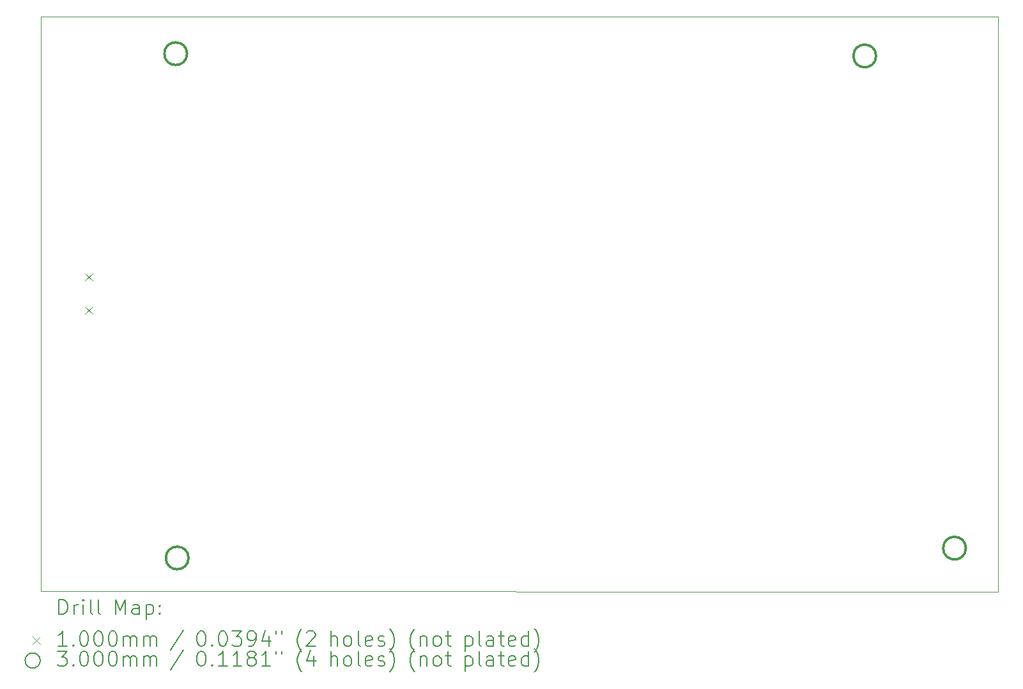
<source format=gbr>
%TF.GenerationSoftware,KiCad,Pcbnew,(7.0.0)*%
%TF.CreationDate,2023-05-24T22:53:59-06:00*%
%TF.ProjectId,GolfSpeedSensor,476f6c66-5370-4656-9564-53656e736f72,rev?*%
%TF.SameCoordinates,Original*%
%TF.FileFunction,Drillmap*%
%TF.FilePolarity,Positive*%
%FSLAX45Y45*%
G04 Gerber Fmt 4.5, Leading zero omitted, Abs format (unit mm)*
G04 Created by KiCad (PCBNEW (7.0.0)) date 2023-05-24 22:53:59*
%MOMM*%
%LPD*%
G01*
G04 APERTURE LIST*
%ADD10C,0.100000*%
%ADD11C,0.200000*%
%ADD12C,0.300000*%
G04 APERTURE END LIST*
D10*
X21350000Y-13120000D02*
X8660000Y-13110000D01*
X8660000Y-5500000D01*
X21350000Y-5500000D01*
X21350000Y-13120000D01*
D11*
D10*
X9250000Y-8900000D02*
X9350000Y-9000000D01*
X9350000Y-8900000D02*
X9250000Y-9000000D01*
X9250000Y-9340000D02*
X9350000Y-9440000D01*
X9350000Y-9340000D02*
X9250000Y-9440000D01*
D12*
X10600000Y-5990000D02*
G75*
G03*
X10600000Y-5990000I-150000J0D01*
G01*
X10620000Y-12670000D02*
G75*
G03*
X10620000Y-12670000I-150000J0D01*
G01*
X19730000Y-6020000D02*
G75*
G03*
X19730000Y-6020000I-150000J0D01*
G01*
X20920000Y-12540000D02*
G75*
G03*
X20920000Y-12540000I-150000J0D01*
G01*
D11*
X8902619Y-13418476D02*
X8902619Y-13218476D01*
X8902619Y-13218476D02*
X8950238Y-13218476D01*
X8950238Y-13218476D02*
X8978810Y-13228000D01*
X8978810Y-13228000D02*
X8997857Y-13247048D01*
X8997857Y-13247048D02*
X9007381Y-13266095D01*
X9007381Y-13266095D02*
X9016905Y-13304190D01*
X9016905Y-13304190D02*
X9016905Y-13332762D01*
X9016905Y-13332762D02*
X9007381Y-13370857D01*
X9007381Y-13370857D02*
X8997857Y-13389905D01*
X8997857Y-13389905D02*
X8978810Y-13408952D01*
X8978810Y-13408952D02*
X8950238Y-13418476D01*
X8950238Y-13418476D02*
X8902619Y-13418476D01*
X9102619Y-13418476D02*
X9102619Y-13285143D01*
X9102619Y-13323238D02*
X9112143Y-13304190D01*
X9112143Y-13304190D02*
X9121667Y-13294667D01*
X9121667Y-13294667D02*
X9140714Y-13285143D01*
X9140714Y-13285143D02*
X9159762Y-13285143D01*
X9226429Y-13418476D02*
X9226429Y-13285143D01*
X9226429Y-13218476D02*
X9216905Y-13228000D01*
X9216905Y-13228000D02*
X9226429Y-13237524D01*
X9226429Y-13237524D02*
X9235952Y-13228000D01*
X9235952Y-13228000D02*
X9226429Y-13218476D01*
X9226429Y-13218476D02*
X9226429Y-13237524D01*
X9350238Y-13418476D02*
X9331190Y-13408952D01*
X9331190Y-13408952D02*
X9321667Y-13389905D01*
X9321667Y-13389905D02*
X9321667Y-13218476D01*
X9455000Y-13418476D02*
X9435952Y-13408952D01*
X9435952Y-13408952D02*
X9426429Y-13389905D01*
X9426429Y-13389905D02*
X9426429Y-13218476D01*
X9651190Y-13418476D02*
X9651190Y-13218476D01*
X9651190Y-13218476D02*
X9717857Y-13361333D01*
X9717857Y-13361333D02*
X9784524Y-13218476D01*
X9784524Y-13218476D02*
X9784524Y-13418476D01*
X9965476Y-13418476D02*
X9965476Y-13313714D01*
X9965476Y-13313714D02*
X9955952Y-13294667D01*
X9955952Y-13294667D02*
X9936905Y-13285143D01*
X9936905Y-13285143D02*
X9898809Y-13285143D01*
X9898809Y-13285143D02*
X9879762Y-13294667D01*
X9965476Y-13408952D02*
X9946429Y-13418476D01*
X9946429Y-13418476D02*
X9898809Y-13418476D01*
X9898809Y-13418476D02*
X9879762Y-13408952D01*
X9879762Y-13408952D02*
X9870238Y-13389905D01*
X9870238Y-13389905D02*
X9870238Y-13370857D01*
X9870238Y-13370857D02*
X9879762Y-13351809D01*
X9879762Y-13351809D02*
X9898809Y-13342286D01*
X9898809Y-13342286D02*
X9946429Y-13342286D01*
X9946429Y-13342286D02*
X9965476Y-13332762D01*
X10060714Y-13285143D02*
X10060714Y-13485143D01*
X10060714Y-13294667D02*
X10079762Y-13285143D01*
X10079762Y-13285143D02*
X10117857Y-13285143D01*
X10117857Y-13285143D02*
X10136905Y-13294667D01*
X10136905Y-13294667D02*
X10146429Y-13304190D01*
X10146429Y-13304190D02*
X10155952Y-13323238D01*
X10155952Y-13323238D02*
X10155952Y-13380381D01*
X10155952Y-13380381D02*
X10146429Y-13399428D01*
X10146429Y-13399428D02*
X10136905Y-13408952D01*
X10136905Y-13408952D02*
X10117857Y-13418476D01*
X10117857Y-13418476D02*
X10079762Y-13418476D01*
X10079762Y-13418476D02*
X10060714Y-13408952D01*
X10241667Y-13399428D02*
X10251190Y-13408952D01*
X10251190Y-13408952D02*
X10241667Y-13418476D01*
X10241667Y-13418476D02*
X10232143Y-13408952D01*
X10232143Y-13408952D02*
X10241667Y-13399428D01*
X10241667Y-13399428D02*
X10241667Y-13418476D01*
X10241667Y-13294667D02*
X10251190Y-13304190D01*
X10251190Y-13304190D02*
X10241667Y-13313714D01*
X10241667Y-13313714D02*
X10232143Y-13304190D01*
X10232143Y-13304190D02*
X10241667Y-13294667D01*
X10241667Y-13294667D02*
X10241667Y-13313714D01*
D10*
X8555000Y-13715000D02*
X8655000Y-13815000D01*
X8655000Y-13715000D02*
X8555000Y-13815000D01*
D11*
X9007381Y-13838476D02*
X8893095Y-13838476D01*
X8950238Y-13838476D02*
X8950238Y-13638476D01*
X8950238Y-13638476D02*
X8931190Y-13667048D01*
X8931190Y-13667048D02*
X8912143Y-13686095D01*
X8912143Y-13686095D02*
X8893095Y-13695619D01*
X9093095Y-13819428D02*
X9102619Y-13828952D01*
X9102619Y-13828952D02*
X9093095Y-13838476D01*
X9093095Y-13838476D02*
X9083571Y-13828952D01*
X9083571Y-13828952D02*
X9093095Y-13819428D01*
X9093095Y-13819428D02*
X9093095Y-13838476D01*
X9226429Y-13638476D02*
X9245476Y-13638476D01*
X9245476Y-13638476D02*
X9264524Y-13648000D01*
X9264524Y-13648000D02*
X9274048Y-13657524D01*
X9274048Y-13657524D02*
X9283571Y-13676571D01*
X9283571Y-13676571D02*
X9293095Y-13714667D01*
X9293095Y-13714667D02*
X9293095Y-13762286D01*
X9293095Y-13762286D02*
X9283571Y-13800381D01*
X9283571Y-13800381D02*
X9274048Y-13819428D01*
X9274048Y-13819428D02*
X9264524Y-13828952D01*
X9264524Y-13828952D02*
X9245476Y-13838476D01*
X9245476Y-13838476D02*
X9226429Y-13838476D01*
X9226429Y-13838476D02*
X9207381Y-13828952D01*
X9207381Y-13828952D02*
X9197857Y-13819428D01*
X9197857Y-13819428D02*
X9188333Y-13800381D01*
X9188333Y-13800381D02*
X9178810Y-13762286D01*
X9178810Y-13762286D02*
X9178810Y-13714667D01*
X9178810Y-13714667D02*
X9188333Y-13676571D01*
X9188333Y-13676571D02*
X9197857Y-13657524D01*
X9197857Y-13657524D02*
X9207381Y-13648000D01*
X9207381Y-13648000D02*
X9226429Y-13638476D01*
X9416905Y-13638476D02*
X9435952Y-13638476D01*
X9435952Y-13638476D02*
X9455000Y-13648000D01*
X9455000Y-13648000D02*
X9464524Y-13657524D01*
X9464524Y-13657524D02*
X9474048Y-13676571D01*
X9474048Y-13676571D02*
X9483571Y-13714667D01*
X9483571Y-13714667D02*
X9483571Y-13762286D01*
X9483571Y-13762286D02*
X9474048Y-13800381D01*
X9474048Y-13800381D02*
X9464524Y-13819428D01*
X9464524Y-13819428D02*
X9455000Y-13828952D01*
X9455000Y-13828952D02*
X9435952Y-13838476D01*
X9435952Y-13838476D02*
X9416905Y-13838476D01*
X9416905Y-13838476D02*
X9397857Y-13828952D01*
X9397857Y-13828952D02*
X9388333Y-13819428D01*
X9388333Y-13819428D02*
X9378810Y-13800381D01*
X9378810Y-13800381D02*
X9369286Y-13762286D01*
X9369286Y-13762286D02*
X9369286Y-13714667D01*
X9369286Y-13714667D02*
X9378810Y-13676571D01*
X9378810Y-13676571D02*
X9388333Y-13657524D01*
X9388333Y-13657524D02*
X9397857Y-13648000D01*
X9397857Y-13648000D02*
X9416905Y-13638476D01*
X9607381Y-13638476D02*
X9626429Y-13638476D01*
X9626429Y-13638476D02*
X9645476Y-13648000D01*
X9645476Y-13648000D02*
X9655000Y-13657524D01*
X9655000Y-13657524D02*
X9664524Y-13676571D01*
X9664524Y-13676571D02*
X9674048Y-13714667D01*
X9674048Y-13714667D02*
X9674048Y-13762286D01*
X9674048Y-13762286D02*
X9664524Y-13800381D01*
X9664524Y-13800381D02*
X9655000Y-13819428D01*
X9655000Y-13819428D02*
X9645476Y-13828952D01*
X9645476Y-13828952D02*
X9626429Y-13838476D01*
X9626429Y-13838476D02*
X9607381Y-13838476D01*
X9607381Y-13838476D02*
X9588333Y-13828952D01*
X9588333Y-13828952D02*
X9578810Y-13819428D01*
X9578810Y-13819428D02*
X9569286Y-13800381D01*
X9569286Y-13800381D02*
X9559762Y-13762286D01*
X9559762Y-13762286D02*
X9559762Y-13714667D01*
X9559762Y-13714667D02*
X9569286Y-13676571D01*
X9569286Y-13676571D02*
X9578810Y-13657524D01*
X9578810Y-13657524D02*
X9588333Y-13648000D01*
X9588333Y-13648000D02*
X9607381Y-13638476D01*
X9759762Y-13838476D02*
X9759762Y-13705143D01*
X9759762Y-13724190D02*
X9769286Y-13714667D01*
X9769286Y-13714667D02*
X9788333Y-13705143D01*
X9788333Y-13705143D02*
X9816905Y-13705143D01*
X9816905Y-13705143D02*
X9835952Y-13714667D01*
X9835952Y-13714667D02*
X9845476Y-13733714D01*
X9845476Y-13733714D02*
X9845476Y-13838476D01*
X9845476Y-13733714D02*
X9855000Y-13714667D01*
X9855000Y-13714667D02*
X9874048Y-13705143D01*
X9874048Y-13705143D02*
X9902619Y-13705143D01*
X9902619Y-13705143D02*
X9921667Y-13714667D01*
X9921667Y-13714667D02*
X9931191Y-13733714D01*
X9931191Y-13733714D02*
X9931191Y-13838476D01*
X10026429Y-13838476D02*
X10026429Y-13705143D01*
X10026429Y-13724190D02*
X10035952Y-13714667D01*
X10035952Y-13714667D02*
X10055000Y-13705143D01*
X10055000Y-13705143D02*
X10083572Y-13705143D01*
X10083572Y-13705143D02*
X10102619Y-13714667D01*
X10102619Y-13714667D02*
X10112143Y-13733714D01*
X10112143Y-13733714D02*
X10112143Y-13838476D01*
X10112143Y-13733714D02*
X10121667Y-13714667D01*
X10121667Y-13714667D02*
X10140714Y-13705143D01*
X10140714Y-13705143D02*
X10169286Y-13705143D01*
X10169286Y-13705143D02*
X10188333Y-13714667D01*
X10188333Y-13714667D02*
X10197857Y-13733714D01*
X10197857Y-13733714D02*
X10197857Y-13838476D01*
X10555952Y-13628952D02*
X10384524Y-13886095D01*
X10780714Y-13638476D02*
X10799762Y-13638476D01*
X10799762Y-13638476D02*
X10818810Y-13648000D01*
X10818810Y-13648000D02*
X10828333Y-13657524D01*
X10828333Y-13657524D02*
X10837857Y-13676571D01*
X10837857Y-13676571D02*
X10847381Y-13714667D01*
X10847381Y-13714667D02*
X10847381Y-13762286D01*
X10847381Y-13762286D02*
X10837857Y-13800381D01*
X10837857Y-13800381D02*
X10828333Y-13819428D01*
X10828333Y-13819428D02*
X10818810Y-13828952D01*
X10818810Y-13828952D02*
X10799762Y-13838476D01*
X10799762Y-13838476D02*
X10780714Y-13838476D01*
X10780714Y-13838476D02*
X10761667Y-13828952D01*
X10761667Y-13828952D02*
X10752143Y-13819428D01*
X10752143Y-13819428D02*
X10742619Y-13800381D01*
X10742619Y-13800381D02*
X10733095Y-13762286D01*
X10733095Y-13762286D02*
X10733095Y-13714667D01*
X10733095Y-13714667D02*
X10742619Y-13676571D01*
X10742619Y-13676571D02*
X10752143Y-13657524D01*
X10752143Y-13657524D02*
X10761667Y-13648000D01*
X10761667Y-13648000D02*
X10780714Y-13638476D01*
X10933095Y-13819428D02*
X10942619Y-13828952D01*
X10942619Y-13828952D02*
X10933095Y-13838476D01*
X10933095Y-13838476D02*
X10923572Y-13828952D01*
X10923572Y-13828952D02*
X10933095Y-13819428D01*
X10933095Y-13819428D02*
X10933095Y-13838476D01*
X11066429Y-13638476D02*
X11085476Y-13638476D01*
X11085476Y-13638476D02*
X11104524Y-13648000D01*
X11104524Y-13648000D02*
X11114048Y-13657524D01*
X11114048Y-13657524D02*
X11123572Y-13676571D01*
X11123572Y-13676571D02*
X11133095Y-13714667D01*
X11133095Y-13714667D02*
X11133095Y-13762286D01*
X11133095Y-13762286D02*
X11123572Y-13800381D01*
X11123572Y-13800381D02*
X11114048Y-13819428D01*
X11114048Y-13819428D02*
X11104524Y-13828952D01*
X11104524Y-13828952D02*
X11085476Y-13838476D01*
X11085476Y-13838476D02*
X11066429Y-13838476D01*
X11066429Y-13838476D02*
X11047381Y-13828952D01*
X11047381Y-13828952D02*
X11037857Y-13819428D01*
X11037857Y-13819428D02*
X11028333Y-13800381D01*
X11028333Y-13800381D02*
X11018810Y-13762286D01*
X11018810Y-13762286D02*
X11018810Y-13714667D01*
X11018810Y-13714667D02*
X11028333Y-13676571D01*
X11028333Y-13676571D02*
X11037857Y-13657524D01*
X11037857Y-13657524D02*
X11047381Y-13648000D01*
X11047381Y-13648000D02*
X11066429Y-13638476D01*
X11199762Y-13638476D02*
X11323571Y-13638476D01*
X11323571Y-13638476D02*
X11256905Y-13714667D01*
X11256905Y-13714667D02*
X11285476Y-13714667D01*
X11285476Y-13714667D02*
X11304524Y-13724190D01*
X11304524Y-13724190D02*
X11314048Y-13733714D01*
X11314048Y-13733714D02*
X11323571Y-13752762D01*
X11323571Y-13752762D02*
X11323571Y-13800381D01*
X11323571Y-13800381D02*
X11314048Y-13819428D01*
X11314048Y-13819428D02*
X11304524Y-13828952D01*
X11304524Y-13828952D02*
X11285476Y-13838476D01*
X11285476Y-13838476D02*
X11228333Y-13838476D01*
X11228333Y-13838476D02*
X11209286Y-13828952D01*
X11209286Y-13828952D02*
X11199762Y-13819428D01*
X11418810Y-13838476D02*
X11456905Y-13838476D01*
X11456905Y-13838476D02*
X11475952Y-13828952D01*
X11475952Y-13828952D02*
X11485476Y-13819428D01*
X11485476Y-13819428D02*
X11504524Y-13790857D01*
X11504524Y-13790857D02*
X11514048Y-13752762D01*
X11514048Y-13752762D02*
X11514048Y-13676571D01*
X11514048Y-13676571D02*
X11504524Y-13657524D01*
X11504524Y-13657524D02*
X11495000Y-13648000D01*
X11495000Y-13648000D02*
X11475952Y-13638476D01*
X11475952Y-13638476D02*
X11437857Y-13638476D01*
X11437857Y-13638476D02*
X11418810Y-13648000D01*
X11418810Y-13648000D02*
X11409286Y-13657524D01*
X11409286Y-13657524D02*
X11399762Y-13676571D01*
X11399762Y-13676571D02*
X11399762Y-13724190D01*
X11399762Y-13724190D02*
X11409286Y-13743238D01*
X11409286Y-13743238D02*
X11418810Y-13752762D01*
X11418810Y-13752762D02*
X11437857Y-13762286D01*
X11437857Y-13762286D02*
X11475952Y-13762286D01*
X11475952Y-13762286D02*
X11495000Y-13752762D01*
X11495000Y-13752762D02*
X11504524Y-13743238D01*
X11504524Y-13743238D02*
X11514048Y-13724190D01*
X11685476Y-13705143D02*
X11685476Y-13838476D01*
X11637857Y-13628952D02*
X11590238Y-13771809D01*
X11590238Y-13771809D02*
X11714048Y-13771809D01*
X11780714Y-13638476D02*
X11780714Y-13676571D01*
X11856905Y-13638476D02*
X11856905Y-13676571D01*
X12119762Y-13914667D02*
X12110238Y-13905143D01*
X12110238Y-13905143D02*
X12091191Y-13876571D01*
X12091191Y-13876571D02*
X12081667Y-13857524D01*
X12081667Y-13857524D02*
X12072143Y-13828952D01*
X12072143Y-13828952D02*
X12062619Y-13781333D01*
X12062619Y-13781333D02*
X12062619Y-13743238D01*
X12062619Y-13743238D02*
X12072143Y-13695619D01*
X12072143Y-13695619D02*
X12081667Y-13667048D01*
X12081667Y-13667048D02*
X12091191Y-13648000D01*
X12091191Y-13648000D02*
X12110238Y-13619428D01*
X12110238Y-13619428D02*
X12119762Y-13609905D01*
X12186429Y-13657524D02*
X12195952Y-13648000D01*
X12195952Y-13648000D02*
X12215000Y-13638476D01*
X12215000Y-13638476D02*
X12262619Y-13638476D01*
X12262619Y-13638476D02*
X12281667Y-13648000D01*
X12281667Y-13648000D02*
X12291191Y-13657524D01*
X12291191Y-13657524D02*
X12300714Y-13676571D01*
X12300714Y-13676571D02*
X12300714Y-13695619D01*
X12300714Y-13695619D02*
X12291191Y-13724190D01*
X12291191Y-13724190D02*
X12176905Y-13838476D01*
X12176905Y-13838476D02*
X12300714Y-13838476D01*
X12506429Y-13838476D02*
X12506429Y-13638476D01*
X12592143Y-13838476D02*
X12592143Y-13733714D01*
X12592143Y-13733714D02*
X12582619Y-13714667D01*
X12582619Y-13714667D02*
X12563572Y-13705143D01*
X12563572Y-13705143D02*
X12535000Y-13705143D01*
X12535000Y-13705143D02*
X12515952Y-13714667D01*
X12515952Y-13714667D02*
X12506429Y-13724190D01*
X12715952Y-13838476D02*
X12696905Y-13828952D01*
X12696905Y-13828952D02*
X12687381Y-13819428D01*
X12687381Y-13819428D02*
X12677857Y-13800381D01*
X12677857Y-13800381D02*
X12677857Y-13743238D01*
X12677857Y-13743238D02*
X12687381Y-13724190D01*
X12687381Y-13724190D02*
X12696905Y-13714667D01*
X12696905Y-13714667D02*
X12715952Y-13705143D01*
X12715952Y-13705143D02*
X12744524Y-13705143D01*
X12744524Y-13705143D02*
X12763572Y-13714667D01*
X12763572Y-13714667D02*
X12773095Y-13724190D01*
X12773095Y-13724190D02*
X12782619Y-13743238D01*
X12782619Y-13743238D02*
X12782619Y-13800381D01*
X12782619Y-13800381D02*
X12773095Y-13819428D01*
X12773095Y-13819428D02*
X12763572Y-13828952D01*
X12763572Y-13828952D02*
X12744524Y-13838476D01*
X12744524Y-13838476D02*
X12715952Y-13838476D01*
X12896905Y-13838476D02*
X12877857Y-13828952D01*
X12877857Y-13828952D02*
X12868333Y-13809905D01*
X12868333Y-13809905D02*
X12868333Y-13638476D01*
X13049286Y-13828952D02*
X13030238Y-13838476D01*
X13030238Y-13838476D02*
X12992143Y-13838476D01*
X12992143Y-13838476D02*
X12973095Y-13828952D01*
X12973095Y-13828952D02*
X12963572Y-13809905D01*
X12963572Y-13809905D02*
X12963572Y-13733714D01*
X12963572Y-13733714D02*
X12973095Y-13714667D01*
X12973095Y-13714667D02*
X12992143Y-13705143D01*
X12992143Y-13705143D02*
X13030238Y-13705143D01*
X13030238Y-13705143D02*
X13049286Y-13714667D01*
X13049286Y-13714667D02*
X13058810Y-13733714D01*
X13058810Y-13733714D02*
X13058810Y-13752762D01*
X13058810Y-13752762D02*
X12963572Y-13771809D01*
X13135000Y-13828952D02*
X13154048Y-13838476D01*
X13154048Y-13838476D02*
X13192143Y-13838476D01*
X13192143Y-13838476D02*
X13211191Y-13828952D01*
X13211191Y-13828952D02*
X13220714Y-13809905D01*
X13220714Y-13809905D02*
X13220714Y-13800381D01*
X13220714Y-13800381D02*
X13211191Y-13781333D01*
X13211191Y-13781333D02*
X13192143Y-13771809D01*
X13192143Y-13771809D02*
X13163572Y-13771809D01*
X13163572Y-13771809D02*
X13144524Y-13762286D01*
X13144524Y-13762286D02*
X13135000Y-13743238D01*
X13135000Y-13743238D02*
X13135000Y-13733714D01*
X13135000Y-13733714D02*
X13144524Y-13714667D01*
X13144524Y-13714667D02*
X13163572Y-13705143D01*
X13163572Y-13705143D02*
X13192143Y-13705143D01*
X13192143Y-13705143D02*
X13211191Y-13714667D01*
X13287381Y-13914667D02*
X13296905Y-13905143D01*
X13296905Y-13905143D02*
X13315953Y-13876571D01*
X13315953Y-13876571D02*
X13325476Y-13857524D01*
X13325476Y-13857524D02*
X13335000Y-13828952D01*
X13335000Y-13828952D02*
X13344524Y-13781333D01*
X13344524Y-13781333D02*
X13344524Y-13743238D01*
X13344524Y-13743238D02*
X13335000Y-13695619D01*
X13335000Y-13695619D02*
X13325476Y-13667048D01*
X13325476Y-13667048D02*
X13315953Y-13648000D01*
X13315953Y-13648000D02*
X13296905Y-13619428D01*
X13296905Y-13619428D02*
X13287381Y-13609905D01*
X13616905Y-13914667D02*
X13607381Y-13905143D01*
X13607381Y-13905143D02*
X13588333Y-13876571D01*
X13588333Y-13876571D02*
X13578810Y-13857524D01*
X13578810Y-13857524D02*
X13569286Y-13828952D01*
X13569286Y-13828952D02*
X13559762Y-13781333D01*
X13559762Y-13781333D02*
X13559762Y-13743238D01*
X13559762Y-13743238D02*
X13569286Y-13695619D01*
X13569286Y-13695619D02*
X13578810Y-13667048D01*
X13578810Y-13667048D02*
X13588333Y-13648000D01*
X13588333Y-13648000D02*
X13607381Y-13619428D01*
X13607381Y-13619428D02*
X13616905Y-13609905D01*
X13693095Y-13705143D02*
X13693095Y-13838476D01*
X13693095Y-13724190D02*
X13702619Y-13714667D01*
X13702619Y-13714667D02*
X13721667Y-13705143D01*
X13721667Y-13705143D02*
X13750238Y-13705143D01*
X13750238Y-13705143D02*
X13769286Y-13714667D01*
X13769286Y-13714667D02*
X13778810Y-13733714D01*
X13778810Y-13733714D02*
X13778810Y-13838476D01*
X13902619Y-13838476D02*
X13883572Y-13828952D01*
X13883572Y-13828952D02*
X13874048Y-13819428D01*
X13874048Y-13819428D02*
X13864524Y-13800381D01*
X13864524Y-13800381D02*
X13864524Y-13743238D01*
X13864524Y-13743238D02*
X13874048Y-13724190D01*
X13874048Y-13724190D02*
X13883572Y-13714667D01*
X13883572Y-13714667D02*
X13902619Y-13705143D01*
X13902619Y-13705143D02*
X13931191Y-13705143D01*
X13931191Y-13705143D02*
X13950238Y-13714667D01*
X13950238Y-13714667D02*
X13959762Y-13724190D01*
X13959762Y-13724190D02*
X13969286Y-13743238D01*
X13969286Y-13743238D02*
X13969286Y-13800381D01*
X13969286Y-13800381D02*
X13959762Y-13819428D01*
X13959762Y-13819428D02*
X13950238Y-13828952D01*
X13950238Y-13828952D02*
X13931191Y-13838476D01*
X13931191Y-13838476D02*
X13902619Y-13838476D01*
X14026429Y-13705143D02*
X14102619Y-13705143D01*
X14055000Y-13638476D02*
X14055000Y-13809905D01*
X14055000Y-13809905D02*
X14064524Y-13828952D01*
X14064524Y-13828952D02*
X14083572Y-13838476D01*
X14083572Y-13838476D02*
X14102619Y-13838476D01*
X14289286Y-13705143D02*
X14289286Y-13905143D01*
X14289286Y-13714667D02*
X14308333Y-13705143D01*
X14308333Y-13705143D02*
X14346429Y-13705143D01*
X14346429Y-13705143D02*
X14365476Y-13714667D01*
X14365476Y-13714667D02*
X14375000Y-13724190D01*
X14375000Y-13724190D02*
X14384524Y-13743238D01*
X14384524Y-13743238D02*
X14384524Y-13800381D01*
X14384524Y-13800381D02*
X14375000Y-13819428D01*
X14375000Y-13819428D02*
X14365476Y-13828952D01*
X14365476Y-13828952D02*
X14346429Y-13838476D01*
X14346429Y-13838476D02*
X14308333Y-13838476D01*
X14308333Y-13838476D02*
X14289286Y-13828952D01*
X14498810Y-13838476D02*
X14479762Y-13828952D01*
X14479762Y-13828952D02*
X14470238Y-13809905D01*
X14470238Y-13809905D02*
X14470238Y-13638476D01*
X14660714Y-13838476D02*
X14660714Y-13733714D01*
X14660714Y-13733714D02*
X14651191Y-13714667D01*
X14651191Y-13714667D02*
X14632143Y-13705143D01*
X14632143Y-13705143D02*
X14594048Y-13705143D01*
X14594048Y-13705143D02*
X14575000Y-13714667D01*
X14660714Y-13828952D02*
X14641667Y-13838476D01*
X14641667Y-13838476D02*
X14594048Y-13838476D01*
X14594048Y-13838476D02*
X14575000Y-13828952D01*
X14575000Y-13828952D02*
X14565476Y-13809905D01*
X14565476Y-13809905D02*
X14565476Y-13790857D01*
X14565476Y-13790857D02*
X14575000Y-13771809D01*
X14575000Y-13771809D02*
X14594048Y-13762286D01*
X14594048Y-13762286D02*
X14641667Y-13762286D01*
X14641667Y-13762286D02*
X14660714Y-13752762D01*
X14727381Y-13705143D02*
X14803572Y-13705143D01*
X14755953Y-13638476D02*
X14755953Y-13809905D01*
X14755953Y-13809905D02*
X14765476Y-13828952D01*
X14765476Y-13828952D02*
X14784524Y-13838476D01*
X14784524Y-13838476D02*
X14803572Y-13838476D01*
X14946429Y-13828952D02*
X14927381Y-13838476D01*
X14927381Y-13838476D02*
X14889286Y-13838476D01*
X14889286Y-13838476D02*
X14870238Y-13828952D01*
X14870238Y-13828952D02*
X14860714Y-13809905D01*
X14860714Y-13809905D02*
X14860714Y-13733714D01*
X14860714Y-13733714D02*
X14870238Y-13714667D01*
X14870238Y-13714667D02*
X14889286Y-13705143D01*
X14889286Y-13705143D02*
X14927381Y-13705143D01*
X14927381Y-13705143D02*
X14946429Y-13714667D01*
X14946429Y-13714667D02*
X14955953Y-13733714D01*
X14955953Y-13733714D02*
X14955953Y-13752762D01*
X14955953Y-13752762D02*
X14860714Y-13771809D01*
X15127381Y-13838476D02*
X15127381Y-13638476D01*
X15127381Y-13828952D02*
X15108334Y-13838476D01*
X15108334Y-13838476D02*
X15070238Y-13838476D01*
X15070238Y-13838476D02*
X15051191Y-13828952D01*
X15051191Y-13828952D02*
X15041667Y-13819428D01*
X15041667Y-13819428D02*
X15032143Y-13800381D01*
X15032143Y-13800381D02*
X15032143Y-13743238D01*
X15032143Y-13743238D02*
X15041667Y-13724190D01*
X15041667Y-13724190D02*
X15051191Y-13714667D01*
X15051191Y-13714667D02*
X15070238Y-13705143D01*
X15070238Y-13705143D02*
X15108334Y-13705143D01*
X15108334Y-13705143D02*
X15127381Y-13714667D01*
X15203572Y-13914667D02*
X15213095Y-13905143D01*
X15213095Y-13905143D02*
X15232143Y-13876571D01*
X15232143Y-13876571D02*
X15241667Y-13857524D01*
X15241667Y-13857524D02*
X15251191Y-13828952D01*
X15251191Y-13828952D02*
X15260714Y-13781333D01*
X15260714Y-13781333D02*
X15260714Y-13743238D01*
X15260714Y-13743238D02*
X15251191Y-13695619D01*
X15251191Y-13695619D02*
X15241667Y-13667048D01*
X15241667Y-13667048D02*
X15232143Y-13648000D01*
X15232143Y-13648000D02*
X15213095Y-13619428D01*
X15213095Y-13619428D02*
X15203572Y-13609905D01*
X8655000Y-14029000D02*
G75*
G03*
X8655000Y-14029000I-100000J0D01*
G01*
X8883571Y-13902476D02*
X9007381Y-13902476D01*
X9007381Y-13902476D02*
X8940714Y-13978667D01*
X8940714Y-13978667D02*
X8969286Y-13978667D01*
X8969286Y-13978667D02*
X8988333Y-13988190D01*
X8988333Y-13988190D02*
X8997857Y-13997714D01*
X8997857Y-13997714D02*
X9007381Y-14016762D01*
X9007381Y-14016762D02*
X9007381Y-14064381D01*
X9007381Y-14064381D02*
X8997857Y-14083428D01*
X8997857Y-14083428D02*
X8988333Y-14092952D01*
X8988333Y-14092952D02*
X8969286Y-14102476D01*
X8969286Y-14102476D02*
X8912143Y-14102476D01*
X8912143Y-14102476D02*
X8893095Y-14092952D01*
X8893095Y-14092952D02*
X8883571Y-14083428D01*
X9093095Y-14083428D02*
X9102619Y-14092952D01*
X9102619Y-14092952D02*
X9093095Y-14102476D01*
X9093095Y-14102476D02*
X9083571Y-14092952D01*
X9083571Y-14092952D02*
X9093095Y-14083428D01*
X9093095Y-14083428D02*
X9093095Y-14102476D01*
X9226429Y-13902476D02*
X9245476Y-13902476D01*
X9245476Y-13902476D02*
X9264524Y-13912000D01*
X9264524Y-13912000D02*
X9274048Y-13921524D01*
X9274048Y-13921524D02*
X9283571Y-13940571D01*
X9283571Y-13940571D02*
X9293095Y-13978667D01*
X9293095Y-13978667D02*
X9293095Y-14026286D01*
X9293095Y-14026286D02*
X9283571Y-14064381D01*
X9283571Y-14064381D02*
X9274048Y-14083428D01*
X9274048Y-14083428D02*
X9264524Y-14092952D01*
X9264524Y-14092952D02*
X9245476Y-14102476D01*
X9245476Y-14102476D02*
X9226429Y-14102476D01*
X9226429Y-14102476D02*
X9207381Y-14092952D01*
X9207381Y-14092952D02*
X9197857Y-14083428D01*
X9197857Y-14083428D02*
X9188333Y-14064381D01*
X9188333Y-14064381D02*
X9178810Y-14026286D01*
X9178810Y-14026286D02*
X9178810Y-13978667D01*
X9178810Y-13978667D02*
X9188333Y-13940571D01*
X9188333Y-13940571D02*
X9197857Y-13921524D01*
X9197857Y-13921524D02*
X9207381Y-13912000D01*
X9207381Y-13912000D02*
X9226429Y-13902476D01*
X9416905Y-13902476D02*
X9435952Y-13902476D01*
X9435952Y-13902476D02*
X9455000Y-13912000D01*
X9455000Y-13912000D02*
X9464524Y-13921524D01*
X9464524Y-13921524D02*
X9474048Y-13940571D01*
X9474048Y-13940571D02*
X9483571Y-13978667D01*
X9483571Y-13978667D02*
X9483571Y-14026286D01*
X9483571Y-14026286D02*
X9474048Y-14064381D01*
X9474048Y-14064381D02*
X9464524Y-14083428D01*
X9464524Y-14083428D02*
X9455000Y-14092952D01*
X9455000Y-14092952D02*
X9435952Y-14102476D01*
X9435952Y-14102476D02*
X9416905Y-14102476D01*
X9416905Y-14102476D02*
X9397857Y-14092952D01*
X9397857Y-14092952D02*
X9388333Y-14083428D01*
X9388333Y-14083428D02*
X9378810Y-14064381D01*
X9378810Y-14064381D02*
X9369286Y-14026286D01*
X9369286Y-14026286D02*
X9369286Y-13978667D01*
X9369286Y-13978667D02*
X9378810Y-13940571D01*
X9378810Y-13940571D02*
X9388333Y-13921524D01*
X9388333Y-13921524D02*
X9397857Y-13912000D01*
X9397857Y-13912000D02*
X9416905Y-13902476D01*
X9607381Y-13902476D02*
X9626429Y-13902476D01*
X9626429Y-13902476D02*
X9645476Y-13912000D01*
X9645476Y-13912000D02*
X9655000Y-13921524D01*
X9655000Y-13921524D02*
X9664524Y-13940571D01*
X9664524Y-13940571D02*
X9674048Y-13978667D01*
X9674048Y-13978667D02*
X9674048Y-14026286D01*
X9674048Y-14026286D02*
X9664524Y-14064381D01*
X9664524Y-14064381D02*
X9655000Y-14083428D01*
X9655000Y-14083428D02*
X9645476Y-14092952D01*
X9645476Y-14092952D02*
X9626429Y-14102476D01*
X9626429Y-14102476D02*
X9607381Y-14102476D01*
X9607381Y-14102476D02*
X9588333Y-14092952D01*
X9588333Y-14092952D02*
X9578810Y-14083428D01*
X9578810Y-14083428D02*
X9569286Y-14064381D01*
X9569286Y-14064381D02*
X9559762Y-14026286D01*
X9559762Y-14026286D02*
X9559762Y-13978667D01*
X9559762Y-13978667D02*
X9569286Y-13940571D01*
X9569286Y-13940571D02*
X9578810Y-13921524D01*
X9578810Y-13921524D02*
X9588333Y-13912000D01*
X9588333Y-13912000D02*
X9607381Y-13902476D01*
X9759762Y-14102476D02*
X9759762Y-13969143D01*
X9759762Y-13988190D02*
X9769286Y-13978667D01*
X9769286Y-13978667D02*
X9788333Y-13969143D01*
X9788333Y-13969143D02*
X9816905Y-13969143D01*
X9816905Y-13969143D02*
X9835952Y-13978667D01*
X9835952Y-13978667D02*
X9845476Y-13997714D01*
X9845476Y-13997714D02*
X9845476Y-14102476D01*
X9845476Y-13997714D02*
X9855000Y-13978667D01*
X9855000Y-13978667D02*
X9874048Y-13969143D01*
X9874048Y-13969143D02*
X9902619Y-13969143D01*
X9902619Y-13969143D02*
X9921667Y-13978667D01*
X9921667Y-13978667D02*
X9931191Y-13997714D01*
X9931191Y-13997714D02*
X9931191Y-14102476D01*
X10026429Y-14102476D02*
X10026429Y-13969143D01*
X10026429Y-13988190D02*
X10035952Y-13978667D01*
X10035952Y-13978667D02*
X10055000Y-13969143D01*
X10055000Y-13969143D02*
X10083572Y-13969143D01*
X10083572Y-13969143D02*
X10102619Y-13978667D01*
X10102619Y-13978667D02*
X10112143Y-13997714D01*
X10112143Y-13997714D02*
X10112143Y-14102476D01*
X10112143Y-13997714D02*
X10121667Y-13978667D01*
X10121667Y-13978667D02*
X10140714Y-13969143D01*
X10140714Y-13969143D02*
X10169286Y-13969143D01*
X10169286Y-13969143D02*
X10188333Y-13978667D01*
X10188333Y-13978667D02*
X10197857Y-13997714D01*
X10197857Y-13997714D02*
X10197857Y-14102476D01*
X10555952Y-13892952D02*
X10384524Y-14150095D01*
X10780714Y-13902476D02*
X10799762Y-13902476D01*
X10799762Y-13902476D02*
X10818810Y-13912000D01*
X10818810Y-13912000D02*
X10828333Y-13921524D01*
X10828333Y-13921524D02*
X10837857Y-13940571D01*
X10837857Y-13940571D02*
X10847381Y-13978667D01*
X10847381Y-13978667D02*
X10847381Y-14026286D01*
X10847381Y-14026286D02*
X10837857Y-14064381D01*
X10837857Y-14064381D02*
X10828333Y-14083428D01*
X10828333Y-14083428D02*
X10818810Y-14092952D01*
X10818810Y-14092952D02*
X10799762Y-14102476D01*
X10799762Y-14102476D02*
X10780714Y-14102476D01*
X10780714Y-14102476D02*
X10761667Y-14092952D01*
X10761667Y-14092952D02*
X10752143Y-14083428D01*
X10752143Y-14083428D02*
X10742619Y-14064381D01*
X10742619Y-14064381D02*
X10733095Y-14026286D01*
X10733095Y-14026286D02*
X10733095Y-13978667D01*
X10733095Y-13978667D02*
X10742619Y-13940571D01*
X10742619Y-13940571D02*
X10752143Y-13921524D01*
X10752143Y-13921524D02*
X10761667Y-13912000D01*
X10761667Y-13912000D02*
X10780714Y-13902476D01*
X10933095Y-14083428D02*
X10942619Y-14092952D01*
X10942619Y-14092952D02*
X10933095Y-14102476D01*
X10933095Y-14102476D02*
X10923572Y-14092952D01*
X10923572Y-14092952D02*
X10933095Y-14083428D01*
X10933095Y-14083428D02*
X10933095Y-14102476D01*
X11133095Y-14102476D02*
X11018810Y-14102476D01*
X11075952Y-14102476D02*
X11075952Y-13902476D01*
X11075952Y-13902476D02*
X11056905Y-13931048D01*
X11056905Y-13931048D02*
X11037857Y-13950095D01*
X11037857Y-13950095D02*
X11018810Y-13959619D01*
X11323571Y-14102476D02*
X11209286Y-14102476D01*
X11266429Y-14102476D02*
X11266429Y-13902476D01*
X11266429Y-13902476D02*
X11247381Y-13931048D01*
X11247381Y-13931048D02*
X11228333Y-13950095D01*
X11228333Y-13950095D02*
X11209286Y-13959619D01*
X11437857Y-13988190D02*
X11418810Y-13978667D01*
X11418810Y-13978667D02*
X11409286Y-13969143D01*
X11409286Y-13969143D02*
X11399762Y-13950095D01*
X11399762Y-13950095D02*
X11399762Y-13940571D01*
X11399762Y-13940571D02*
X11409286Y-13921524D01*
X11409286Y-13921524D02*
X11418810Y-13912000D01*
X11418810Y-13912000D02*
X11437857Y-13902476D01*
X11437857Y-13902476D02*
X11475952Y-13902476D01*
X11475952Y-13902476D02*
X11495000Y-13912000D01*
X11495000Y-13912000D02*
X11504524Y-13921524D01*
X11504524Y-13921524D02*
X11514048Y-13940571D01*
X11514048Y-13940571D02*
X11514048Y-13950095D01*
X11514048Y-13950095D02*
X11504524Y-13969143D01*
X11504524Y-13969143D02*
X11495000Y-13978667D01*
X11495000Y-13978667D02*
X11475952Y-13988190D01*
X11475952Y-13988190D02*
X11437857Y-13988190D01*
X11437857Y-13988190D02*
X11418810Y-13997714D01*
X11418810Y-13997714D02*
X11409286Y-14007238D01*
X11409286Y-14007238D02*
X11399762Y-14026286D01*
X11399762Y-14026286D02*
X11399762Y-14064381D01*
X11399762Y-14064381D02*
X11409286Y-14083428D01*
X11409286Y-14083428D02*
X11418810Y-14092952D01*
X11418810Y-14092952D02*
X11437857Y-14102476D01*
X11437857Y-14102476D02*
X11475952Y-14102476D01*
X11475952Y-14102476D02*
X11495000Y-14092952D01*
X11495000Y-14092952D02*
X11504524Y-14083428D01*
X11504524Y-14083428D02*
X11514048Y-14064381D01*
X11514048Y-14064381D02*
X11514048Y-14026286D01*
X11514048Y-14026286D02*
X11504524Y-14007238D01*
X11504524Y-14007238D02*
X11495000Y-13997714D01*
X11495000Y-13997714D02*
X11475952Y-13988190D01*
X11704524Y-14102476D02*
X11590238Y-14102476D01*
X11647381Y-14102476D02*
X11647381Y-13902476D01*
X11647381Y-13902476D02*
X11628333Y-13931048D01*
X11628333Y-13931048D02*
X11609286Y-13950095D01*
X11609286Y-13950095D02*
X11590238Y-13959619D01*
X11780714Y-13902476D02*
X11780714Y-13940571D01*
X11856905Y-13902476D02*
X11856905Y-13940571D01*
X12119762Y-14178667D02*
X12110238Y-14169143D01*
X12110238Y-14169143D02*
X12091191Y-14140571D01*
X12091191Y-14140571D02*
X12081667Y-14121524D01*
X12081667Y-14121524D02*
X12072143Y-14092952D01*
X12072143Y-14092952D02*
X12062619Y-14045333D01*
X12062619Y-14045333D02*
X12062619Y-14007238D01*
X12062619Y-14007238D02*
X12072143Y-13959619D01*
X12072143Y-13959619D02*
X12081667Y-13931048D01*
X12081667Y-13931048D02*
X12091191Y-13912000D01*
X12091191Y-13912000D02*
X12110238Y-13883428D01*
X12110238Y-13883428D02*
X12119762Y-13873905D01*
X12281667Y-13969143D02*
X12281667Y-14102476D01*
X12234048Y-13892952D02*
X12186429Y-14035809D01*
X12186429Y-14035809D02*
X12310238Y-14035809D01*
X12506429Y-14102476D02*
X12506429Y-13902476D01*
X12592143Y-14102476D02*
X12592143Y-13997714D01*
X12592143Y-13997714D02*
X12582619Y-13978667D01*
X12582619Y-13978667D02*
X12563572Y-13969143D01*
X12563572Y-13969143D02*
X12535000Y-13969143D01*
X12535000Y-13969143D02*
X12515952Y-13978667D01*
X12515952Y-13978667D02*
X12506429Y-13988190D01*
X12715952Y-14102476D02*
X12696905Y-14092952D01*
X12696905Y-14092952D02*
X12687381Y-14083428D01*
X12687381Y-14083428D02*
X12677857Y-14064381D01*
X12677857Y-14064381D02*
X12677857Y-14007238D01*
X12677857Y-14007238D02*
X12687381Y-13988190D01*
X12687381Y-13988190D02*
X12696905Y-13978667D01*
X12696905Y-13978667D02*
X12715952Y-13969143D01*
X12715952Y-13969143D02*
X12744524Y-13969143D01*
X12744524Y-13969143D02*
X12763572Y-13978667D01*
X12763572Y-13978667D02*
X12773095Y-13988190D01*
X12773095Y-13988190D02*
X12782619Y-14007238D01*
X12782619Y-14007238D02*
X12782619Y-14064381D01*
X12782619Y-14064381D02*
X12773095Y-14083428D01*
X12773095Y-14083428D02*
X12763572Y-14092952D01*
X12763572Y-14092952D02*
X12744524Y-14102476D01*
X12744524Y-14102476D02*
X12715952Y-14102476D01*
X12896905Y-14102476D02*
X12877857Y-14092952D01*
X12877857Y-14092952D02*
X12868333Y-14073905D01*
X12868333Y-14073905D02*
X12868333Y-13902476D01*
X13049286Y-14092952D02*
X13030238Y-14102476D01*
X13030238Y-14102476D02*
X12992143Y-14102476D01*
X12992143Y-14102476D02*
X12973095Y-14092952D01*
X12973095Y-14092952D02*
X12963572Y-14073905D01*
X12963572Y-14073905D02*
X12963572Y-13997714D01*
X12963572Y-13997714D02*
X12973095Y-13978667D01*
X12973095Y-13978667D02*
X12992143Y-13969143D01*
X12992143Y-13969143D02*
X13030238Y-13969143D01*
X13030238Y-13969143D02*
X13049286Y-13978667D01*
X13049286Y-13978667D02*
X13058810Y-13997714D01*
X13058810Y-13997714D02*
X13058810Y-14016762D01*
X13058810Y-14016762D02*
X12963572Y-14035809D01*
X13135000Y-14092952D02*
X13154048Y-14102476D01*
X13154048Y-14102476D02*
X13192143Y-14102476D01*
X13192143Y-14102476D02*
X13211191Y-14092952D01*
X13211191Y-14092952D02*
X13220714Y-14073905D01*
X13220714Y-14073905D02*
X13220714Y-14064381D01*
X13220714Y-14064381D02*
X13211191Y-14045333D01*
X13211191Y-14045333D02*
X13192143Y-14035809D01*
X13192143Y-14035809D02*
X13163572Y-14035809D01*
X13163572Y-14035809D02*
X13144524Y-14026286D01*
X13144524Y-14026286D02*
X13135000Y-14007238D01*
X13135000Y-14007238D02*
X13135000Y-13997714D01*
X13135000Y-13997714D02*
X13144524Y-13978667D01*
X13144524Y-13978667D02*
X13163572Y-13969143D01*
X13163572Y-13969143D02*
X13192143Y-13969143D01*
X13192143Y-13969143D02*
X13211191Y-13978667D01*
X13287381Y-14178667D02*
X13296905Y-14169143D01*
X13296905Y-14169143D02*
X13315953Y-14140571D01*
X13315953Y-14140571D02*
X13325476Y-14121524D01*
X13325476Y-14121524D02*
X13335000Y-14092952D01*
X13335000Y-14092952D02*
X13344524Y-14045333D01*
X13344524Y-14045333D02*
X13344524Y-14007238D01*
X13344524Y-14007238D02*
X13335000Y-13959619D01*
X13335000Y-13959619D02*
X13325476Y-13931048D01*
X13325476Y-13931048D02*
X13315953Y-13912000D01*
X13315953Y-13912000D02*
X13296905Y-13883428D01*
X13296905Y-13883428D02*
X13287381Y-13873905D01*
X13616905Y-14178667D02*
X13607381Y-14169143D01*
X13607381Y-14169143D02*
X13588333Y-14140571D01*
X13588333Y-14140571D02*
X13578810Y-14121524D01*
X13578810Y-14121524D02*
X13569286Y-14092952D01*
X13569286Y-14092952D02*
X13559762Y-14045333D01*
X13559762Y-14045333D02*
X13559762Y-14007238D01*
X13559762Y-14007238D02*
X13569286Y-13959619D01*
X13569286Y-13959619D02*
X13578810Y-13931048D01*
X13578810Y-13931048D02*
X13588333Y-13912000D01*
X13588333Y-13912000D02*
X13607381Y-13883428D01*
X13607381Y-13883428D02*
X13616905Y-13873905D01*
X13693095Y-13969143D02*
X13693095Y-14102476D01*
X13693095Y-13988190D02*
X13702619Y-13978667D01*
X13702619Y-13978667D02*
X13721667Y-13969143D01*
X13721667Y-13969143D02*
X13750238Y-13969143D01*
X13750238Y-13969143D02*
X13769286Y-13978667D01*
X13769286Y-13978667D02*
X13778810Y-13997714D01*
X13778810Y-13997714D02*
X13778810Y-14102476D01*
X13902619Y-14102476D02*
X13883572Y-14092952D01*
X13883572Y-14092952D02*
X13874048Y-14083428D01*
X13874048Y-14083428D02*
X13864524Y-14064381D01*
X13864524Y-14064381D02*
X13864524Y-14007238D01*
X13864524Y-14007238D02*
X13874048Y-13988190D01*
X13874048Y-13988190D02*
X13883572Y-13978667D01*
X13883572Y-13978667D02*
X13902619Y-13969143D01*
X13902619Y-13969143D02*
X13931191Y-13969143D01*
X13931191Y-13969143D02*
X13950238Y-13978667D01*
X13950238Y-13978667D02*
X13959762Y-13988190D01*
X13959762Y-13988190D02*
X13969286Y-14007238D01*
X13969286Y-14007238D02*
X13969286Y-14064381D01*
X13969286Y-14064381D02*
X13959762Y-14083428D01*
X13959762Y-14083428D02*
X13950238Y-14092952D01*
X13950238Y-14092952D02*
X13931191Y-14102476D01*
X13931191Y-14102476D02*
X13902619Y-14102476D01*
X14026429Y-13969143D02*
X14102619Y-13969143D01*
X14055000Y-13902476D02*
X14055000Y-14073905D01*
X14055000Y-14073905D02*
X14064524Y-14092952D01*
X14064524Y-14092952D02*
X14083572Y-14102476D01*
X14083572Y-14102476D02*
X14102619Y-14102476D01*
X14289286Y-13969143D02*
X14289286Y-14169143D01*
X14289286Y-13978667D02*
X14308333Y-13969143D01*
X14308333Y-13969143D02*
X14346429Y-13969143D01*
X14346429Y-13969143D02*
X14365476Y-13978667D01*
X14365476Y-13978667D02*
X14375000Y-13988190D01*
X14375000Y-13988190D02*
X14384524Y-14007238D01*
X14384524Y-14007238D02*
X14384524Y-14064381D01*
X14384524Y-14064381D02*
X14375000Y-14083428D01*
X14375000Y-14083428D02*
X14365476Y-14092952D01*
X14365476Y-14092952D02*
X14346429Y-14102476D01*
X14346429Y-14102476D02*
X14308333Y-14102476D01*
X14308333Y-14102476D02*
X14289286Y-14092952D01*
X14498810Y-14102476D02*
X14479762Y-14092952D01*
X14479762Y-14092952D02*
X14470238Y-14073905D01*
X14470238Y-14073905D02*
X14470238Y-13902476D01*
X14660714Y-14102476D02*
X14660714Y-13997714D01*
X14660714Y-13997714D02*
X14651191Y-13978667D01*
X14651191Y-13978667D02*
X14632143Y-13969143D01*
X14632143Y-13969143D02*
X14594048Y-13969143D01*
X14594048Y-13969143D02*
X14575000Y-13978667D01*
X14660714Y-14092952D02*
X14641667Y-14102476D01*
X14641667Y-14102476D02*
X14594048Y-14102476D01*
X14594048Y-14102476D02*
X14575000Y-14092952D01*
X14575000Y-14092952D02*
X14565476Y-14073905D01*
X14565476Y-14073905D02*
X14565476Y-14054857D01*
X14565476Y-14054857D02*
X14575000Y-14035809D01*
X14575000Y-14035809D02*
X14594048Y-14026286D01*
X14594048Y-14026286D02*
X14641667Y-14026286D01*
X14641667Y-14026286D02*
X14660714Y-14016762D01*
X14727381Y-13969143D02*
X14803572Y-13969143D01*
X14755953Y-13902476D02*
X14755953Y-14073905D01*
X14755953Y-14073905D02*
X14765476Y-14092952D01*
X14765476Y-14092952D02*
X14784524Y-14102476D01*
X14784524Y-14102476D02*
X14803572Y-14102476D01*
X14946429Y-14092952D02*
X14927381Y-14102476D01*
X14927381Y-14102476D02*
X14889286Y-14102476D01*
X14889286Y-14102476D02*
X14870238Y-14092952D01*
X14870238Y-14092952D02*
X14860714Y-14073905D01*
X14860714Y-14073905D02*
X14860714Y-13997714D01*
X14860714Y-13997714D02*
X14870238Y-13978667D01*
X14870238Y-13978667D02*
X14889286Y-13969143D01*
X14889286Y-13969143D02*
X14927381Y-13969143D01*
X14927381Y-13969143D02*
X14946429Y-13978667D01*
X14946429Y-13978667D02*
X14955953Y-13997714D01*
X14955953Y-13997714D02*
X14955953Y-14016762D01*
X14955953Y-14016762D02*
X14860714Y-14035809D01*
X15127381Y-14102476D02*
X15127381Y-13902476D01*
X15127381Y-14092952D02*
X15108334Y-14102476D01*
X15108334Y-14102476D02*
X15070238Y-14102476D01*
X15070238Y-14102476D02*
X15051191Y-14092952D01*
X15051191Y-14092952D02*
X15041667Y-14083428D01*
X15041667Y-14083428D02*
X15032143Y-14064381D01*
X15032143Y-14064381D02*
X15032143Y-14007238D01*
X15032143Y-14007238D02*
X15041667Y-13988190D01*
X15041667Y-13988190D02*
X15051191Y-13978667D01*
X15051191Y-13978667D02*
X15070238Y-13969143D01*
X15070238Y-13969143D02*
X15108334Y-13969143D01*
X15108334Y-13969143D02*
X15127381Y-13978667D01*
X15203572Y-14178667D02*
X15213095Y-14169143D01*
X15213095Y-14169143D02*
X15232143Y-14140571D01*
X15232143Y-14140571D02*
X15241667Y-14121524D01*
X15241667Y-14121524D02*
X15251191Y-14092952D01*
X15251191Y-14092952D02*
X15260714Y-14045333D01*
X15260714Y-14045333D02*
X15260714Y-14007238D01*
X15260714Y-14007238D02*
X15251191Y-13959619D01*
X15251191Y-13959619D02*
X15241667Y-13931048D01*
X15241667Y-13931048D02*
X15232143Y-13912000D01*
X15232143Y-13912000D02*
X15213095Y-13883428D01*
X15213095Y-13883428D02*
X15203572Y-13873905D01*
M02*

</source>
